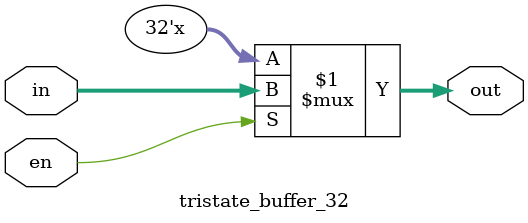
<source format=v>
module tristate_buffer_32(in, en, out);
	input [31:0] in;
	input en;
	output [31:0] out;
	
	assign out = en ? in : 32'bz;	// z: high-resistance
endmodule
</source>
